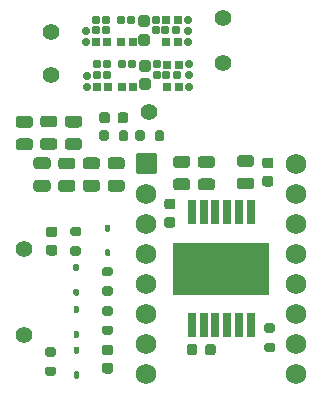
<source format=gts>
G75*
G70*
%OFA0B0*%
%FSLAX25Y25*%
%IPPOS*%
%LPD*%
%AMOC8*
5,1,8,0,0,1.08239X$1,22.5*
%
%AMM17*
21,1,0.029130,0.018900,0.000000,-0.000000,180.000000*
21,1,0.018900,0.029130,0.000000,-0.000000,180.000000*
1,1,0.010240,-0.009450,-0.009450*
1,1,0.010240,0.009450,-0.009450*
1,1,0.010240,0.009450,0.009450*
1,1,0.010240,-0.009450,0.009450*
%
%AMM18*
21,1,0.025200,0.019680,0.000000,-0.000000,270.000000*
21,1,0.015750,0.029130,0.000000,-0.000000,270.000000*
1,1,0.009450,-0.009840,0.007870*
1,1,0.009450,-0.009840,-0.007870*
1,1,0.009450,0.009840,-0.007870*
1,1,0.009450,0.009840,0.007870*
%
%AMM19*
21,1,0.038980,0.026770,0.000000,-0.000000,270.000000*
21,1,0.026770,0.038980,0.000000,-0.000000,270.000000*
1,1,0.012210,-0.013390,0.013390*
1,1,0.012210,-0.013390,-0.013390*
1,1,0.012210,0.013390,-0.013390*
1,1,0.012210,0.013390,0.013390*
%
%AMM20*
21,1,0.025200,0.019680,0.000000,-0.000000,0.000000*
21,1,0.015750,0.029130,0.000000,-0.000000,0.000000*
1,1,0.009450,0.007870,0.009840*
1,1,0.009450,-0.007870,0.009840*
1,1,0.009450,-0.007870,-0.009840*
1,1,0.009450,0.007870,-0.009840*
%
%ADD10C,0.05512*%
%ADD11R,0.02559X0.07874*%
%ADD12R,0.31890X0.17717*%
%ADD15C,0.02362*%
%ADD21C,0.06827*%
%ADD33C,0.02913*%
%ADD48M17*%
%ADD49M18*%
%ADD50M19*%
%ADD51M20*%
X0000000Y0000000D02*
%LPD*%
G01*
G36*
G01*
X0103406Y0012165D02*
X0101240Y0012165D01*
G75*
G02*
X0100453Y0012953I0000000J0000787D01*
G01*
X0100453Y0014528D01*
G75*
G02*
X0101240Y0015315I0000787J0000000D01*
G01*
X0103406Y0015315D01*
G75*
G02*
X0104193Y0014528I0000000J-000787D01*
G01*
X0104193Y0012953D01*
G75*
G02*
X0103406Y0012165I-000787J0000000D01*
G01*
G37*
G36*
G01*
X0103406Y0018661D02*
X0101240Y0018661D01*
G75*
G02*
X0100453Y0019449I0000000J0000787D01*
G01*
X0100453Y0021024D01*
G75*
G02*
X0101240Y0021811I0000787J0000000D01*
G01*
X0103406Y0021811D01*
G75*
G02*
X0104193Y0021024I0000000J-000787D01*
G01*
X0104193Y0019449D01*
G75*
G02*
X0103406Y0018661I-000787J0000000D01*
G01*
G37*
D10*
X0029508Y0119035D03*
G36*
G01*
X0018602Y0090906D02*
X0022343Y0090906D01*
G75*
G02*
X0023327Y0089921I0000000J-000984D01*
G01*
X0023327Y0087953D01*
G75*
G02*
X0022343Y0086969I-000984J0000000D01*
G01*
X0018602Y0086969D01*
G75*
G02*
X0017618Y0087953I0000000J0000984D01*
G01*
X0017618Y0089921D01*
G75*
G02*
X0018602Y0090906I0000984J0000000D01*
G01*
G37*
G36*
G01*
X0018602Y0083425D02*
X0022343Y0083425D01*
G75*
G02*
X0023327Y0082441I0000000J-000984D01*
G01*
X0023327Y0080472D01*
G75*
G02*
X0022343Y0079488I-000984J0000000D01*
G01*
X0018602Y0079488D01*
G75*
G02*
X0017618Y0080472I0000000J0000984D01*
G01*
X0017618Y0082441D01*
G75*
G02*
X0018602Y0083425I0000984J0000000D01*
G01*
G37*
G36*
G01*
X0028248Y0065669D02*
X0024508Y0065669D01*
G75*
G02*
X0023524Y0066654I0000000J0000984D01*
G01*
X0023524Y0068622D01*
G75*
G02*
X0024508Y0069606I0000984J0000000D01*
G01*
X0028248Y0069606D01*
G75*
G02*
X0029232Y0068622I0000000J-000984D01*
G01*
X0029232Y0066654D01*
G75*
G02*
X0028248Y0065669I-000984J0000000D01*
G01*
G37*
G36*
G01*
X0028248Y0073150D02*
X0024508Y0073150D01*
G75*
G02*
X0023524Y0074134I0000000J0000984D01*
G01*
X0023524Y0076102D01*
G75*
G02*
X0024508Y0077087I0000984J0000000D01*
G01*
X0028248Y0077087D01*
G75*
G02*
X0029232Y0076102I0000000J-000984D01*
G01*
X0029232Y0074134D01*
G75*
G02*
X0028248Y0073150I-000984J0000000D01*
G01*
G37*
G36*
G01*
X0034980Y0090984D02*
X0038720Y0090984D01*
G75*
G02*
X0039705Y0090000I0000000J-000984D01*
G01*
X0039705Y0088031D01*
G75*
G02*
X0038720Y0087047I-000984J0000000D01*
G01*
X0034980Y0087047D01*
G75*
G02*
X0033996Y0088031I0000000J0000984D01*
G01*
X0033996Y0090000D01*
G75*
G02*
X0034980Y0090984I0000984J0000000D01*
G01*
G37*
G36*
G01*
X0034980Y0083504D02*
X0038720Y0083504D01*
G75*
G02*
X0039705Y0082520I0000000J-000984D01*
G01*
X0039705Y0080551D01*
G75*
G02*
X0038720Y0079567I-000984J0000000D01*
G01*
X0034980Y0079567D01*
G75*
G02*
X0033996Y0080551I0000000J0000984D01*
G01*
X0033996Y0082520D01*
G75*
G02*
X0034980Y0083504I0000984J0000000D01*
G01*
G37*
G36*
G01*
X0067087Y0085366D02*
X0067087Y0083201D01*
G75*
G02*
X0066299Y0082413I-000787J0000000D01*
G01*
X0064724Y0082413D01*
G75*
G02*
X0063937Y0083201I0000000J0000787D01*
G01*
X0063937Y0085366D01*
G75*
G02*
X0064724Y0086154I0000787J0000000D01*
G01*
X0066299Y0086154D01*
G75*
G02*
X0067087Y0085366I0000000J-000787D01*
G01*
G37*
G36*
G01*
X0060591Y0085366D02*
X0060591Y0083201D01*
G75*
G02*
X0059803Y0082413I-000787J0000000D01*
G01*
X0058228Y0082413D01*
G75*
G02*
X0057441Y0083201I0000000J0000787D01*
G01*
X0057441Y0085366D01*
G75*
G02*
X0058228Y0086154I0000787J0000000D01*
G01*
X0059803Y0086154D01*
G75*
G02*
X0060591Y0085366I0000000J-000787D01*
G01*
G37*
G36*
G01*
X0055087Y0085366D02*
X0055087Y0083201D01*
G75*
G02*
X0054299Y0082413I-000787J0000000D01*
G01*
X0052724Y0082413D01*
G75*
G02*
X0051937Y0083201I0000000J0000787D01*
G01*
X0051937Y0085366D01*
G75*
G02*
X0052724Y0086154I0000787J0000000D01*
G01*
X0054299Y0086154D01*
G75*
G02*
X0055087Y0085366I0000000J-000787D01*
G01*
G37*
G36*
G01*
X0048591Y0085366D02*
X0048591Y0083201D01*
G75*
G02*
X0047803Y0082413I-000787J0000000D01*
G01*
X0046228Y0082413D01*
G75*
G02*
X0045441Y0083201I0000000J0000787D01*
G01*
X0045441Y0085366D01*
G75*
G02*
X0046228Y0086154I0000787J0000000D01*
G01*
X0047803Y0086154D01*
G75*
G02*
X0048591Y0085366I0000000J-000787D01*
G01*
G37*
G36*
G01*
X0047087Y0040610D02*
X0049252Y0040610D01*
G75*
G02*
X0050039Y0039823I0000000J-000787D01*
G01*
X0050039Y0038248D01*
G75*
G02*
X0049252Y0037461I-000787J0000000D01*
G01*
X0047087Y0037461D01*
G75*
G02*
X0046299Y0038248I0000000J0000787D01*
G01*
X0046299Y0039823D01*
G75*
G02*
X0047087Y0040610I0000787J0000000D01*
G01*
G37*
G36*
G01*
X0047087Y0034114D02*
X0049252Y0034114D01*
G75*
G02*
X0050039Y0033327I0000000J-000787D01*
G01*
X0050039Y0031752D01*
G75*
G02*
X0049252Y0030965I-000787J0000000D01*
G01*
X0047087Y0030965D01*
G75*
G02*
X0046299Y0031752I0000000J0000787D01*
G01*
X0046299Y0033327D01*
G75*
G02*
X0047087Y0034114I0000787J0000000D01*
G01*
G37*
G36*
G01*
X0083012Y0066142D02*
X0079272Y0066142D01*
G75*
G02*
X0078287Y0067126I0000000J0000984D01*
G01*
X0078287Y0069094D01*
G75*
G02*
X0079272Y0070079I0000984J0000000D01*
G01*
X0083012Y0070079D01*
G75*
G02*
X0083996Y0069094I0000000J-000984D01*
G01*
X0083996Y0067126D01*
G75*
G02*
X0083012Y0066142I-000984J0000000D01*
G01*
G37*
G36*
G01*
X0083012Y0073622D02*
X0079272Y0073622D01*
G75*
G02*
X0078287Y0074606I0000000J0000984D01*
G01*
X0078287Y0076575D01*
G75*
G02*
X0079272Y0077559I0000984J0000000D01*
G01*
X0083012Y0077559D01*
G75*
G02*
X0083996Y0076575I0000000J-000984D01*
G01*
X0083996Y0074606D01*
G75*
G02*
X0083012Y0073622I-000984J0000000D01*
G01*
G37*
X0029508Y0104547D03*
G36*
G01*
X0048730Y0044094D02*
X0047844Y0044094D01*
G75*
G02*
X0047402Y0044537I0000000J0000443D01*
G01*
X0047402Y0046014D01*
G75*
G02*
X0047844Y0046457I0000443J0000000D01*
G01*
X0048730Y0046457D01*
G75*
G02*
X0049173Y0046014I0000000J-000443D01*
G01*
X0049173Y0044537D01*
G75*
G02*
X0048730Y0044094I-000443J0000000D01*
G01*
G37*
G36*
G01*
X0048730Y0052362D02*
X0047844Y0052362D01*
G75*
G02*
X0047402Y0052805I0000000J0000443D01*
G01*
X0047402Y0054281D01*
G75*
G02*
X0047844Y0054724I0000443J0000000D01*
G01*
X0048730Y0054724D01*
G75*
G02*
X0049173Y0054281I0000000J-000443D01*
G01*
X0049173Y0052805D01*
G75*
G02*
X0048730Y0052362I-000443J0000000D01*
G01*
G37*
G36*
G01*
X0037333Y0027559D02*
X0038219Y0027559D01*
G75*
G02*
X0038661Y0027116I0000000J-000443D01*
G01*
X0038661Y0025640D01*
G75*
G02*
X0038219Y0025197I-000443J0000000D01*
G01*
X0037333Y0025197D01*
G75*
G02*
X0036890Y0025640I0000000J0000443D01*
G01*
X0036890Y0027116D01*
G75*
G02*
X0037333Y0027559I0000443J0000000D01*
G01*
G37*
G36*
G01*
X0037333Y0019291D02*
X0038219Y0019291D01*
G75*
G02*
X0038661Y0018848I0000000J-000443D01*
G01*
X0038661Y0017372D01*
G75*
G02*
X0038219Y0016929I-000443J0000000D01*
G01*
X0037333Y0016929D01*
G75*
G02*
X0036890Y0017372I0000000J0000443D01*
G01*
X0036890Y0018848D01*
G75*
G02*
X0037333Y0019291I0000443J0000000D01*
G01*
G37*
G36*
G01*
X0084272Y0014016D02*
X0084272Y0012047D01*
G75*
G02*
X0083386Y0011161I-000886J0000000D01*
G01*
X0081614Y0011161D01*
G75*
G02*
X0080728Y0012047I0000000J0000886D01*
G01*
X0080728Y0014016D01*
G75*
G02*
X0081614Y0014902I0000886J0000000D01*
G01*
X0083386Y0014902D01*
G75*
G02*
X0084272Y0014016I0000000J-000886D01*
G01*
G37*
G36*
G01*
X0078169Y0014016D02*
X0078169Y0012047D01*
G75*
G02*
X0077283Y0011161I-000886J0000000D01*
G01*
X0075512Y0011161D01*
G75*
G02*
X0074626Y0012047I0000000J0000886D01*
G01*
X0074626Y0014016D01*
G75*
G02*
X0075512Y0014902I0000886J0000000D01*
G01*
X0077283Y0014902D01*
G75*
G02*
X0078169Y0014016I0000000J-000886D01*
G01*
G37*
X0086594Y0108406D03*
G36*
G01*
X0028602Y0054035D02*
X0030571Y0054035D01*
G75*
G02*
X0031457Y0053150I0000000J-000886D01*
G01*
X0031457Y0051378D01*
G75*
G02*
X0030571Y0050492I-000886J0000000D01*
G01*
X0028602Y0050492D01*
G75*
G02*
X0027717Y0051378I0000000J0000886D01*
G01*
X0027717Y0053150D01*
G75*
G02*
X0028602Y0054035I0000886J0000000D01*
G01*
G37*
G36*
G01*
X0028602Y0047933D02*
X0030571Y0047933D01*
G75*
G02*
X0031457Y0047047I0000000J-000886D01*
G01*
X0031457Y0045276D01*
G75*
G02*
X0030571Y0044390I-000886J0000000D01*
G01*
X0028602Y0044390D01*
G75*
G02*
X0027717Y0045276I0000000J0000886D01*
G01*
X0027717Y0047047D01*
G75*
G02*
X0028602Y0047933I0000886J0000000D01*
G01*
G37*
X0086594Y0123445D03*
G36*
G01*
X0026752Y0091024D02*
X0030492Y0091024D01*
G75*
G02*
X0031476Y0090039I0000000J-000984D01*
G01*
X0031476Y0088071D01*
G75*
G02*
X0030492Y0087087I-000984J0000000D01*
G01*
X0026752Y0087087D01*
G75*
G02*
X0025768Y0088071I0000000J0000984D01*
G01*
X0025768Y0090039D01*
G75*
G02*
X0026752Y0091024I0000984J0000000D01*
G01*
G37*
G36*
G01*
X0026752Y0083543D02*
X0030492Y0083543D01*
G75*
G02*
X0031476Y0082559I0000000J-000984D01*
G01*
X0031476Y0080591D01*
G75*
G02*
X0030492Y0079606I-000984J0000000D01*
G01*
X0026752Y0079606D01*
G75*
G02*
X0025768Y0080591I0000000J0000984D01*
G01*
X0025768Y0082559D01*
G75*
G02*
X0026752Y0083543I0000984J0000000D01*
G01*
G37*
G36*
G01*
X0038179Y0031024D02*
X0037293Y0031024D01*
G75*
G02*
X0036850Y0031467I0000000J0000443D01*
G01*
X0036850Y0032943D01*
G75*
G02*
X0037293Y0033386I0000443J0000000D01*
G01*
X0038179Y0033386D01*
G75*
G02*
X0038622Y0032943I0000000J-000443D01*
G01*
X0038622Y0031467D01*
G75*
G02*
X0038179Y0031024I-000443J0000000D01*
G01*
G37*
G36*
G01*
X0038179Y0039291D02*
X0037293Y0039291D01*
G75*
G02*
X0036850Y0039734I0000000J0000443D01*
G01*
X0036850Y0041211D01*
G75*
G02*
X0037293Y0041654I0000443J0000000D01*
G01*
X0038179Y0041654D01*
G75*
G02*
X0038622Y0041211I0000000J-000443D01*
G01*
X0038622Y0039734D01*
G75*
G02*
X0038179Y0039291I-000443J0000000D01*
G01*
G37*
X0020295Y0017795D03*
D11*
X0096004Y0058937D03*
X0092067Y0058937D03*
X0088130Y0058937D03*
X0084193Y0058937D03*
X0080256Y0058937D03*
X0076319Y0058937D03*
X0076319Y0021142D03*
X0080256Y0021142D03*
X0084193Y0021142D03*
X0088130Y0021142D03*
X0092067Y0021142D03*
X0096004Y0021142D03*
D12*
X0086161Y0040039D03*
G36*
G01*
X0052933Y0065669D02*
X0049193Y0065669D01*
G75*
G02*
X0048209Y0066654I0000000J0000984D01*
G01*
X0048209Y0068622D01*
G75*
G02*
X0049193Y0069606I0000984J0000000D01*
G01*
X0052933Y0069606D01*
G75*
G02*
X0053917Y0068622I0000000J-000984D01*
G01*
X0053917Y0066654D01*
G75*
G02*
X0052933Y0065669I-000984J0000000D01*
G01*
G37*
G36*
G01*
X0052933Y0073150D02*
X0049193Y0073150D01*
G75*
G02*
X0048209Y0074134I0000000J0000984D01*
G01*
X0048209Y0076102D01*
G75*
G02*
X0049193Y0077087I0000984J0000000D01*
G01*
X0052933Y0077087D01*
G75*
G02*
X0053917Y0076102I0000000J-000984D01*
G01*
X0053917Y0074134D01*
G75*
G02*
X0052933Y0073150I-000984J0000000D01*
G01*
G37*
G36*
G01*
X0067992Y0063307D02*
X0069961Y0063307D01*
G75*
G02*
X0070846Y0062421I0000000J-000886D01*
G01*
X0070846Y0060650D01*
G75*
G02*
X0069961Y0059764I-000886J0000000D01*
G01*
X0067992Y0059764D01*
G75*
G02*
X0067106Y0060650I0000000J0000886D01*
G01*
X0067106Y0062421D01*
G75*
G02*
X0067992Y0063307I0000886J0000000D01*
G01*
G37*
G36*
G01*
X0067992Y0057205D02*
X0069961Y0057205D01*
G75*
G02*
X0070846Y0056319I0000000J-000886D01*
G01*
X0070846Y0054547D01*
G75*
G02*
X0069961Y0053661I-000886J0000000D01*
G01*
X0067992Y0053661D01*
G75*
G02*
X0067106Y0054547I0000000J0000886D01*
G01*
X0067106Y0056319D01*
G75*
G02*
X0067992Y0057205I0000886J0000000D01*
G01*
G37*
G36*
G01*
X0036476Y0065630D02*
X0032736Y0065630D01*
G75*
G02*
X0031752Y0066614I0000000J0000984D01*
G01*
X0031752Y0068583D01*
G75*
G02*
X0032736Y0069567I0000984J0000000D01*
G01*
X0036476Y0069567D01*
G75*
G02*
X0037461Y0068583I0000000J-000984D01*
G01*
X0037461Y0066614D01*
G75*
G02*
X0036476Y0065630I-000984J0000000D01*
G01*
G37*
G36*
G01*
X0036476Y0073110D02*
X0032736Y0073110D01*
G75*
G02*
X0031752Y0074094I0000000J0000984D01*
G01*
X0031752Y0076063D01*
G75*
G02*
X0032736Y0077047I0000984J0000000D01*
G01*
X0036476Y0077047D01*
G75*
G02*
X0037461Y0076063I0000000J-000984D01*
G01*
X0037461Y0074094D01*
G75*
G02*
X0036476Y0073110I-000984J0000000D01*
G01*
G37*
G36*
G01*
X0049193Y0005059D02*
X0047224Y0005059D01*
G75*
G02*
X0046339Y0005945I0000000J0000886D01*
G01*
X0046339Y0007717D01*
G75*
G02*
X0047224Y0008602I0000886J0000000D01*
G01*
X0049193Y0008602D01*
G75*
G02*
X0050079Y0007717I0000000J-000886D01*
G01*
X0050079Y0005945D01*
G75*
G02*
X0049193Y0005059I-000886J0000000D01*
G01*
G37*
G36*
G01*
X0049193Y0011161D02*
X0047224Y0011161D01*
G75*
G02*
X0046339Y0012047I0000000J0000886D01*
G01*
X0046339Y0013819D01*
G75*
G02*
X0047224Y0014705I0000886J0000000D01*
G01*
X0049193Y0014705D01*
G75*
G02*
X0050079Y0013819I0000000J-000886D01*
G01*
X0050079Y0012047D01*
G75*
G02*
X0049193Y0011161I-000886J0000000D01*
G01*
G37*
G36*
G01*
X0049252Y0017874D02*
X0047087Y0017874D01*
G75*
G02*
X0046299Y0018661I0000000J0000787D01*
G01*
X0046299Y0020236D01*
G75*
G02*
X0047087Y0021024I0000787J0000000D01*
G01*
X0049252Y0021024D01*
G75*
G02*
X0050039Y0020236I0000000J-000787D01*
G01*
X0050039Y0018661D01*
G75*
G02*
X0049252Y0017874I-000787J0000000D01*
G01*
G37*
G36*
G01*
X0049252Y0024370D02*
X0047087Y0024370D01*
G75*
G02*
X0046299Y0025157I0000000J0000787D01*
G01*
X0046299Y0026732D01*
G75*
G02*
X0047087Y0027520I0000787J0000000D01*
G01*
X0049252Y0027520D01*
G75*
G02*
X0050039Y0026732I0000000J-000787D01*
G01*
X0050039Y0025157D01*
G75*
G02*
X0049252Y0024370I-000787J0000000D01*
G01*
G37*
G36*
G01*
X0044705Y0065669D02*
X0040965Y0065669D01*
G75*
G02*
X0039980Y0066654I0000000J0000984D01*
G01*
X0039980Y0068622D01*
G75*
G02*
X0040965Y0069606I0000984J0000000D01*
G01*
X0044705Y0069606D01*
G75*
G02*
X0045689Y0068622I0000000J-000984D01*
G01*
X0045689Y0066654D01*
G75*
G02*
X0044705Y0065669I-000984J0000000D01*
G01*
G37*
G36*
G01*
X0044705Y0073150D02*
X0040965Y0073150D01*
G75*
G02*
X0039980Y0074134I0000000J0000984D01*
G01*
X0039980Y0076102D01*
G75*
G02*
X0040965Y0077087I0000984J0000000D01*
G01*
X0044705Y0077087D01*
G75*
G02*
X0045689Y0076102I0000000J-000984D01*
G01*
X0045689Y0074134D01*
G75*
G02*
X0044705Y0073150I-000984J0000000D01*
G01*
G37*
G36*
G01*
X0037451Y0014016D02*
X0038337Y0014016D01*
G75*
G02*
X0038780Y0013573I0000000J-000443D01*
G01*
X0038780Y0012096D01*
G75*
G02*
X0038337Y0011654I-000443J0000000D01*
G01*
X0037451Y0011654D01*
G75*
G02*
X0037008Y0012096I0000000J0000443D01*
G01*
X0037008Y0013573D01*
G75*
G02*
X0037451Y0014016I0000443J0000000D01*
G01*
G37*
G36*
G01*
X0037451Y0005748D02*
X0038337Y0005748D01*
G75*
G02*
X0038780Y0005305I0000000J-000443D01*
G01*
X0038780Y0003829D01*
G75*
G02*
X0038337Y0003386I-000443J0000000D01*
G01*
X0037451Y0003386D01*
G75*
G02*
X0037008Y0003829I0000000J0000443D01*
G01*
X0037008Y0005305D01*
G75*
G02*
X0037451Y0005748I0000443J0000000D01*
G01*
G37*
D10*
X0062067Y0092283D03*
G36*
G01*
X0045441Y0089299D02*
X0045441Y0091268D01*
G75*
G02*
X0046327Y0092154I0000886J0000000D01*
G01*
X0048098Y0092154D01*
G75*
G02*
X0048984Y0091268I0000000J-000886D01*
G01*
X0048984Y0089299D01*
G75*
G02*
X0048098Y0088413I-000886J0000000D01*
G01*
X0046327Y0088413D01*
G75*
G02*
X0045441Y0089299I0000000J0000886D01*
G01*
G37*
G36*
G01*
X0051543Y0089299D02*
X0051543Y0091268D01*
G75*
G02*
X0052429Y0092154I0000886J0000000D01*
G01*
X0054201Y0092154D01*
G75*
G02*
X0055087Y0091268I0000000J-000886D01*
G01*
X0055087Y0089299D01*
G75*
G02*
X0054201Y0088413I-000886J0000000D01*
G01*
X0052429Y0088413D01*
G75*
G02*
X0051543Y0089299I0000000J0000886D01*
G01*
G37*
G36*
G01*
X0036535Y0053996D02*
X0038701Y0053996D01*
G75*
G02*
X0039488Y0053209I0000000J-000787D01*
G01*
X0039488Y0051634D01*
G75*
G02*
X0038701Y0050846I-000787J0000000D01*
G01*
X0036535Y0050846D01*
G75*
G02*
X0035748Y0051634I0000000J0000787D01*
G01*
X0035748Y0053209D01*
G75*
G02*
X0036535Y0053996I0000787J0000000D01*
G01*
G37*
G36*
G01*
X0036535Y0047500D02*
X0038701Y0047500D01*
G75*
G02*
X0039488Y0046713I0000000J-000787D01*
G01*
X0039488Y0045138D01*
G75*
G02*
X0038701Y0044350I-000787J0000000D01*
G01*
X0036535Y0044350D01*
G75*
G02*
X0035748Y0045138I0000000J0000787D01*
G01*
X0035748Y0046713D01*
G75*
G02*
X0036535Y0047500I0000787J0000000D01*
G01*
G37*
G36*
G01*
X0102598Y0067382D02*
X0100630Y0067382D01*
G75*
G02*
X0099744Y0068268I0000000J0000886D01*
G01*
X0099744Y0070039D01*
G75*
G02*
X0100630Y0070925I0000886J0000000D01*
G01*
X0102598Y0070925D01*
G75*
G02*
X0103484Y0070039I0000000J-000886D01*
G01*
X0103484Y0068268D01*
G75*
G02*
X0102598Y0067382I-000886J0000000D01*
G01*
G37*
G36*
G01*
X0102598Y0073484D02*
X0100630Y0073484D01*
G75*
G02*
X0099744Y0074370I0000000J0000886D01*
G01*
X0099744Y0076142D01*
G75*
G02*
X0100630Y0077028I0000886J0000000D01*
G01*
X0102598Y0077028D01*
G75*
G02*
X0103484Y0076142I0000000J-000886D01*
G01*
X0103484Y0074370D01*
G75*
G02*
X0102598Y0073484I-000886J0000000D01*
G01*
G37*
G36*
G01*
X0074783Y0066181D02*
X0071043Y0066181D01*
G75*
G02*
X0070059Y0067165I0000000J0000984D01*
G01*
X0070059Y0069134D01*
G75*
G02*
X0071043Y0070118I0000984J0000000D01*
G01*
X0074783Y0070118D01*
G75*
G02*
X0075768Y0069134I0000000J-000984D01*
G01*
X0075768Y0067165D01*
G75*
G02*
X0074783Y0066181I-000984J0000000D01*
G01*
G37*
G36*
G01*
X0074783Y0073661D02*
X0071043Y0073661D01*
G75*
G02*
X0070059Y0074646I0000000J0000984D01*
G01*
X0070059Y0076614D01*
G75*
G02*
X0071043Y0077598I0000984J0000000D01*
G01*
X0074783Y0077598D01*
G75*
G02*
X0075768Y0076614I0000000J-000984D01*
G01*
X0075768Y0074646D01*
G75*
G02*
X0074783Y0073661I-000984J0000000D01*
G01*
G37*
G36*
G01*
X0030315Y0004232D02*
X0028150Y0004232D01*
G75*
G02*
X0027362Y0005020I0000000J0000787D01*
G01*
X0027362Y0006594D01*
G75*
G02*
X0028150Y0007382I0000787J0000000D01*
G01*
X0030315Y0007382D01*
G75*
G02*
X0031102Y0006594I0000000J-000787D01*
G01*
X0031102Y0005020D01*
G75*
G02*
X0030315Y0004232I-000787J0000000D01*
G01*
G37*
G36*
G01*
X0030315Y0010728D02*
X0028150Y0010728D01*
G75*
G02*
X0027362Y0011516I0000000J0000787D01*
G01*
X0027362Y0013091D01*
G75*
G02*
X0028150Y0013878I0000787J0000000D01*
G01*
X0030315Y0013878D01*
G75*
G02*
X0031102Y0013091I0000000J-000787D01*
G01*
X0031102Y0011516D01*
G75*
G02*
X0030315Y0010728I-000787J0000000D01*
G01*
G37*
G36*
G01*
X0096083Y0066457D02*
X0092343Y0066457D01*
G75*
G02*
X0091358Y0067441I0000000J0000984D01*
G01*
X0091358Y0069409D01*
G75*
G02*
X0092343Y0070394I0000984J0000000D01*
G01*
X0096083Y0070394D01*
G75*
G02*
X0097067Y0069409I0000000J-000984D01*
G01*
X0097067Y0067441D01*
G75*
G02*
X0096083Y0066457I-000984J0000000D01*
G01*
G37*
G36*
G01*
X0096083Y0073937D02*
X0092343Y0073937D01*
G75*
G02*
X0091358Y0074921I0000000J0000984D01*
G01*
X0091358Y0076890D01*
G75*
G02*
X0092343Y0077874I0000984J0000000D01*
G01*
X0096083Y0077874D01*
G75*
G02*
X0097067Y0076890I0000000J-000984D01*
G01*
X0097067Y0074921D01*
G75*
G02*
X0096083Y0073937I-000984J0000000D01*
G01*
G37*
X0020413Y0046693D03*
G36*
G01*
X0057748Y0072028D02*
X0057748Y0078051D01*
G75*
G02*
X0058150Y0078453I0000402J0000000D01*
G01*
X0064173Y0078453D01*
G75*
G02*
X0064575Y0078051I0000000J-000402D01*
G01*
X0064575Y0072028D01*
G75*
G02*
X0064173Y0071626I-000402J0000000D01*
G01*
X0058150Y0071626D01*
G75*
G02*
X0057748Y0072028I0000000J0000402D01*
G01*
G37*
D21*
X0061161Y0065039D03*
X0061161Y0055039D03*
X0061161Y0045039D03*
X0061161Y0035039D03*
X0061161Y0025039D03*
X0061161Y0015039D03*
X0061161Y0005039D03*
X0111161Y0005039D03*
X0111161Y0015039D03*
X0111161Y0025039D03*
X0111161Y0035039D03*
X0111161Y0045039D03*
X0111161Y0055039D03*
X0111161Y0065039D03*
X0111161Y0075039D03*
D15*
X0075157Y0115551D03*
X0075157Y0119291D03*
X0075157Y0123032D03*
X0040906Y0119095D03*
X0040906Y0115551D03*
X0075453Y0100728D03*
X0075453Y0104469D03*
X0075453Y0108209D03*
X0041201Y0104272D03*
X0041201Y0100728D03*
X0039724Y0125787D02*
G01*
G75*
D33*
X0075157Y0115551D02*
D03*
X0075157Y0119291D02*
D03*
X0075157Y0123031D02*
D03*
X0040905Y0119094D02*
D03*
X0040905Y0115551D02*
D03*
D48*
X0067677Y0115551D02*
D03*
X0071614Y0115551D02*
D03*
X0056554Y0115551D02*
D03*
X0052617Y0115551D02*
D03*
X0048188Y0115551D02*
D03*
X0044251Y0115551D02*
D03*
X0067677Y0122834D02*
D03*
X0071614Y0122834D02*
D03*
D49*
X0064292Y0123031D02*
D03*
X0064292Y0119488D02*
D03*
D50*
X0060407Y0116318D02*
D03*
X0060407Y0122539D02*
D03*
D51*
X0047795Y0119488D02*
D03*
X0044252Y0119488D02*
D03*
X0056161Y0123031D02*
D03*
X0052618Y0123031D02*
D03*
X0071023Y0119430D02*
D03*
X0067480Y0119430D02*
D03*
X0044252Y0123031D02*
D03*
X0047795Y0123031D02*
D03*
X0040020Y0110965D02*
G01*
G75*
D33*
X0075453Y0100729D02*
D03*
X0075453Y0104469D02*
D03*
X0075453Y0108209D02*
D03*
X0041201Y0104272D02*
D03*
X0041201Y0100729D02*
D03*
D48*
X0067973Y0100729D02*
D03*
X0071910Y0100729D02*
D03*
X0056850Y0100729D02*
D03*
X0052913Y0100729D02*
D03*
X0048484Y0100729D02*
D03*
X0044547Y0100729D02*
D03*
X0067973Y0108012D02*
D03*
X0071910Y0108012D02*
D03*
D49*
X0064588Y0108209D02*
D03*
X0064588Y0104666D02*
D03*
D50*
X0060703Y0101496D02*
D03*
X0060703Y0107717D02*
D03*
D51*
X0048091Y0104666D02*
D03*
X0044548Y0104666D02*
D03*
X0056457Y0108209D02*
D03*
X0052914Y0108209D02*
D03*
X0071319Y0104608D02*
D03*
X0067776Y0104608D02*
D03*
X0044548Y0108209D02*
D03*
X0048091Y0108209D02*
D03*
M02*

</source>
